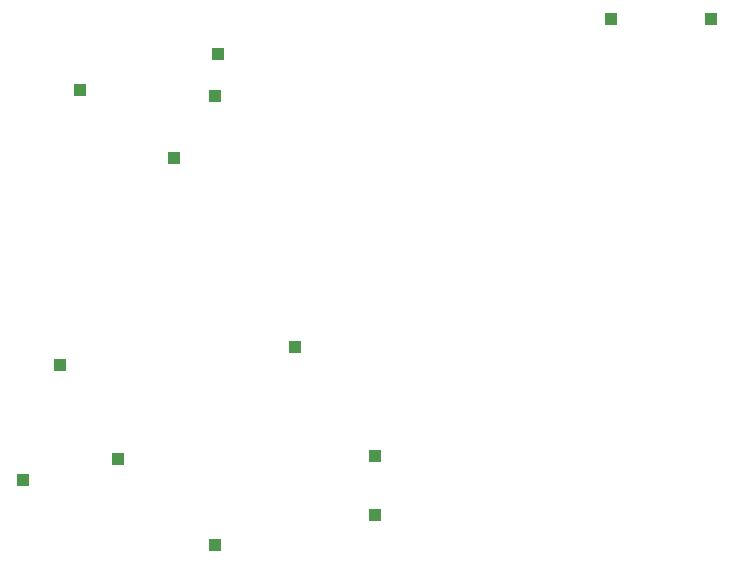
<source format=gbp>
G04*
G04 #@! TF.GenerationSoftware,Altium Limited,Altium Designer,20.1.12 (249)*
G04*
G04 Layer_Color=128*
%FSLAX44Y44*%
%MOMM*%
G71*
G04*
G04 #@! TF.SameCoordinates,284B2C5B-B2DB-445A-AC85-361AEC2CE434*
G04*
G04*
G04 #@! TF.FilePolarity,Positive*
G04*
G01*
G75*
%ADD103R,1.0000X1.0000*%
%ADD104R,1.0000X1.0000*%
D103*
X270000Y105000D02*
D03*
X272500Y520000D02*
D03*
X107500Y160000D02*
D03*
X235000Y432500D02*
D03*
X155000Y490000D02*
D03*
X187500Y177500D02*
D03*
X270000Y485000D02*
D03*
X138419Y257463D02*
D03*
X337500Y272500D02*
D03*
X405000Y130000D02*
D03*
D104*
X690000Y550000D02*
D03*
X405000Y180000D02*
D03*
X605000Y550000D02*
D03*
M02*

</source>
